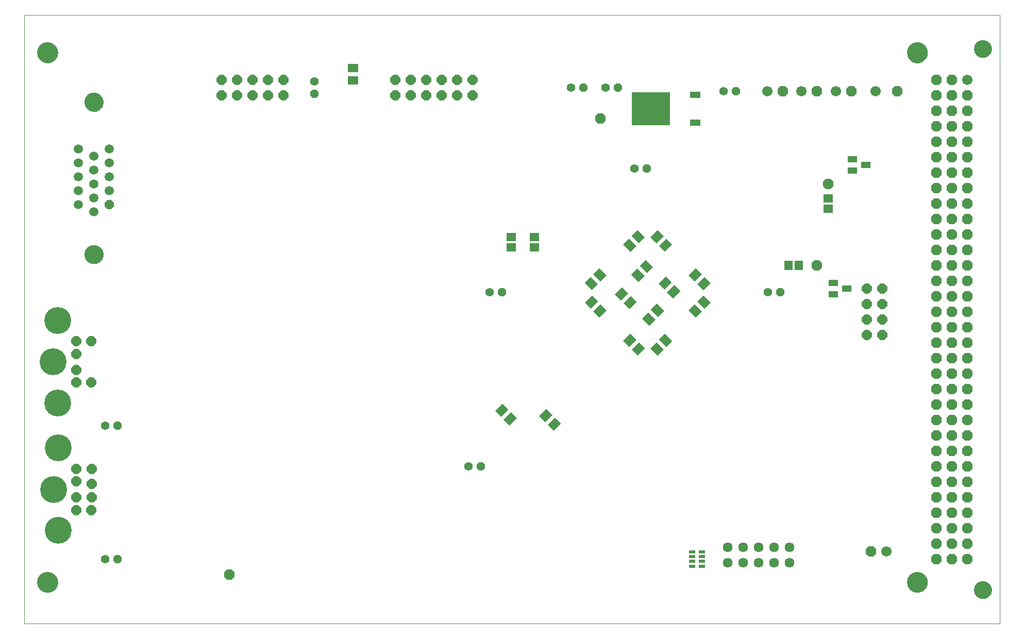
<source format=gbs>
G75*
G70*
%OFA0B0*%
%FSLAX24Y24*%
%IPPOS*%
%LPD*%
%AMOC8*
5,1,8,0,0,1.08239X$1,22.5*
%
%ADD10R,0.0552X0.0670*%
%ADD11OC8,0.0640*%
%ADD12C,0.0000*%
%ADD13C,0.1221*%
%ADD14C,0.0594*%
%ADD15OC8,0.0594*%
%ADD16OC8,0.0670*%
%ADD17C,0.0670*%
%ADD18R,0.0670X0.0434*%
%ADD19R,0.2481X0.2166*%
%ADD20OC8,0.0560*%
%ADD21C,0.0560*%
%ADD22C,0.0634*%
%ADD23C,0.1739*%
%ADD24OC8,0.0634*%
%ADD25R,0.0394X0.0236*%
%ADD26C,0.1140*%
%ADD27C,0.1340*%
%ADD28R,0.0591X0.0434*%
%ADD29R,0.0552X0.0631*%
%ADD30R,0.0631X0.0552*%
%ADD31R,0.0670X0.0552*%
D10*
G36*
X035760Y021680D02*
X036151Y021289D01*
X035678Y020816D01*
X035287Y021207D01*
X035760Y021680D01*
G37*
G36*
X036317Y021123D02*
X036708Y020732D01*
X036235Y020259D01*
X035844Y020650D01*
X036317Y021123D01*
G37*
G36*
X038528Y020466D02*
X038137Y020857D01*
X038610Y021330D01*
X039001Y020939D01*
X038528Y020466D01*
G37*
G36*
X039085Y019909D02*
X038694Y020300D01*
X039167Y020773D01*
X039558Y020382D01*
X039085Y019909D01*
G37*
G36*
X044594Y025639D02*
X044985Y025248D01*
X044512Y024775D01*
X044121Y025166D01*
X044594Y025639D01*
G37*
G36*
X044037Y026196D02*
X044428Y025805D01*
X043955Y025332D01*
X043564Y025723D01*
X044037Y026196D01*
G37*
G36*
X045666Y027111D02*
X045275Y026720D01*
X044802Y027193D01*
X045193Y027584D01*
X045666Y027111D01*
G37*
G36*
X046222Y027668D02*
X045831Y027277D01*
X045358Y027750D01*
X045749Y028141D01*
X046222Y027668D01*
G37*
G36*
X046892Y029351D02*
X047283Y028960D01*
X046810Y028487D01*
X046419Y028878D01*
X046892Y029351D01*
G37*
G36*
X046335Y029908D02*
X046726Y029517D01*
X046253Y029044D01*
X045862Y029435D01*
X046335Y029908D01*
G37*
G36*
X044651Y030578D02*
X045042Y030969D01*
X045515Y030496D01*
X045124Y030105D01*
X044651Y030578D01*
G37*
G36*
X044095Y030021D02*
X044486Y030412D01*
X044959Y029939D01*
X044568Y029548D01*
X044095Y030021D01*
G37*
G36*
X043425Y028337D02*
X043034Y028728D01*
X043507Y029201D01*
X043898Y028810D01*
X043425Y028337D01*
G37*
G36*
X043982Y027780D02*
X043591Y028171D01*
X044064Y028644D01*
X044455Y028253D01*
X043982Y027780D01*
G37*
G36*
X042119Y028114D02*
X042510Y027723D01*
X042037Y027250D01*
X041646Y027641D01*
X042119Y028114D01*
G37*
G36*
X041562Y028671D02*
X041953Y028280D01*
X041480Y027807D01*
X041089Y028198D01*
X041562Y028671D01*
G37*
G36*
X041089Y029491D02*
X041480Y029882D01*
X041953Y029409D01*
X041562Y029018D01*
X041089Y029491D01*
G37*
G36*
X041646Y030048D02*
X042037Y030439D01*
X042510Y029966D01*
X042119Y029575D01*
X041646Y030048D01*
G37*
G36*
X044428Y031884D02*
X044037Y031493D01*
X043564Y031966D01*
X043955Y032357D01*
X044428Y031884D01*
G37*
G36*
X044985Y032440D02*
X044594Y032049D01*
X044121Y032522D01*
X044512Y032913D01*
X044985Y032440D01*
G37*
G36*
X045805Y032914D02*
X046196Y032523D01*
X045723Y032050D01*
X045332Y032441D01*
X045805Y032914D01*
G37*
G36*
X046362Y032357D02*
X046753Y031966D01*
X046280Y031493D01*
X045889Y031884D01*
X046362Y032357D01*
G37*
G36*
X048280Y030439D02*
X048671Y030048D01*
X048198Y029575D01*
X047807Y029966D01*
X048280Y030439D01*
G37*
G36*
X048837Y029882D02*
X049228Y029491D01*
X048755Y029018D01*
X048364Y029409D01*
X048837Y029882D01*
G37*
G36*
X048364Y028280D02*
X048755Y028671D01*
X049228Y028198D01*
X048837Y027807D01*
X048364Y028280D01*
G37*
G36*
X047807Y027723D02*
X048198Y028114D01*
X048671Y027641D01*
X048280Y027250D01*
X047807Y027723D01*
G37*
G36*
X046753Y025723D02*
X046362Y025332D01*
X045889Y025805D01*
X046280Y026196D01*
X046753Y025723D01*
G37*
G36*
X046196Y025166D02*
X045805Y024775D01*
X045332Y025248D01*
X045723Y025639D01*
X046196Y025166D01*
G37*
D11*
X059348Y026120D03*
X059348Y027120D03*
X059348Y028120D03*
X059348Y029120D03*
X060348Y029120D03*
X060348Y028120D03*
X060348Y027120D03*
X060348Y026120D03*
X033848Y041620D03*
X032848Y041620D03*
X032848Y042620D03*
X033848Y042620D03*
X031848Y042620D03*
X030848Y042620D03*
X029848Y042620D03*
X028848Y042620D03*
X028848Y041620D03*
X029848Y041620D03*
X030848Y041620D03*
X031848Y041620D03*
X021598Y041620D03*
X020598Y041620D03*
X020598Y042620D03*
X021598Y042620D03*
X019598Y042620D03*
X018598Y042620D03*
X017598Y042620D03*
X017598Y041620D03*
X018598Y041620D03*
X019598Y041620D03*
D12*
X004848Y046810D02*
X004848Y007430D01*
X067948Y007430D01*
X067948Y046810D01*
X004848Y046810D01*
X005698Y044370D02*
X005700Y044420D01*
X005706Y044470D01*
X005716Y044520D01*
X005729Y044568D01*
X005746Y044616D01*
X005767Y044662D01*
X005791Y044706D01*
X005819Y044748D01*
X005850Y044788D01*
X005884Y044825D01*
X005921Y044860D01*
X005960Y044891D01*
X006001Y044920D01*
X006045Y044945D01*
X006091Y044967D01*
X006138Y044985D01*
X006186Y044999D01*
X006235Y045010D01*
X006285Y045017D01*
X006335Y045020D01*
X006386Y045019D01*
X006436Y045014D01*
X006486Y045005D01*
X006534Y044993D01*
X006582Y044976D01*
X006628Y044956D01*
X006673Y044933D01*
X006716Y044906D01*
X006756Y044876D01*
X006794Y044843D01*
X006829Y044807D01*
X006862Y044768D01*
X006891Y044727D01*
X006917Y044684D01*
X006940Y044639D01*
X006959Y044592D01*
X006974Y044544D01*
X006986Y044495D01*
X006994Y044445D01*
X006998Y044395D01*
X006998Y044345D01*
X006994Y044295D01*
X006986Y044245D01*
X006974Y044196D01*
X006959Y044148D01*
X006940Y044101D01*
X006917Y044056D01*
X006891Y044013D01*
X006862Y043972D01*
X006829Y043933D01*
X006794Y043897D01*
X006756Y043864D01*
X006716Y043834D01*
X006673Y043807D01*
X006628Y043784D01*
X006582Y043764D01*
X006534Y043747D01*
X006486Y043735D01*
X006436Y043726D01*
X006386Y043721D01*
X006335Y043720D01*
X006285Y043723D01*
X006235Y043730D01*
X006186Y043741D01*
X006138Y043755D01*
X006091Y043773D01*
X006045Y043795D01*
X006001Y043820D01*
X005960Y043849D01*
X005921Y043880D01*
X005884Y043915D01*
X005850Y043952D01*
X005819Y043992D01*
X005791Y044034D01*
X005767Y044078D01*
X005746Y044124D01*
X005729Y044172D01*
X005716Y044220D01*
X005706Y044270D01*
X005700Y044320D01*
X005698Y044370D01*
X008757Y041166D02*
X008759Y041214D01*
X008765Y041262D01*
X008775Y041309D01*
X008788Y041355D01*
X008806Y041400D01*
X008826Y041444D01*
X008851Y041486D01*
X008879Y041525D01*
X008909Y041562D01*
X008943Y041596D01*
X008980Y041628D01*
X009018Y041657D01*
X009059Y041682D01*
X009102Y041704D01*
X009147Y041722D01*
X009193Y041736D01*
X009240Y041747D01*
X009288Y041754D01*
X009336Y041757D01*
X009384Y041756D01*
X009432Y041751D01*
X009480Y041742D01*
X009526Y041730D01*
X009571Y041713D01*
X009615Y041693D01*
X009657Y041670D01*
X009697Y041643D01*
X009735Y041613D01*
X009770Y041580D01*
X009802Y041544D01*
X009832Y041506D01*
X009858Y041465D01*
X009880Y041422D01*
X009900Y041378D01*
X009915Y041333D01*
X009927Y041286D01*
X009935Y041238D01*
X009939Y041190D01*
X009939Y041142D01*
X009935Y041094D01*
X009927Y041046D01*
X009915Y040999D01*
X009900Y040954D01*
X009880Y040910D01*
X009858Y040867D01*
X009832Y040826D01*
X009802Y040788D01*
X009770Y040752D01*
X009735Y040719D01*
X009697Y040689D01*
X009657Y040662D01*
X009615Y040639D01*
X009571Y040619D01*
X009526Y040602D01*
X009480Y040590D01*
X009432Y040581D01*
X009384Y040576D01*
X009336Y040575D01*
X009288Y040578D01*
X009240Y040585D01*
X009193Y040596D01*
X009147Y040610D01*
X009102Y040628D01*
X009059Y040650D01*
X009018Y040675D01*
X008980Y040704D01*
X008943Y040736D01*
X008909Y040770D01*
X008879Y040807D01*
X008851Y040846D01*
X008826Y040888D01*
X008806Y040932D01*
X008788Y040977D01*
X008775Y041023D01*
X008765Y041070D01*
X008759Y041118D01*
X008757Y041166D01*
X008757Y031323D02*
X008759Y031371D01*
X008765Y031419D01*
X008775Y031466D01*
X008788Y031512D01*
X008806Y031557D01*
X008826Y031601D01*
X008851Y031643D01*
X008879Y031682D01*
X008909Y031719D01*
X008943Y031753D01*
X008980Y031785D01*
X009018Y031814D01*
X009059Y031839D01*
X009102Y031861D01*
X009147Y031879D01*
X009193Y031893D01*
X009240Y031904D01*
X009288Y031911D01*
X009336Y031914D01*
X009384Y031913D01*
X009432Y031908D01*
X009480Y031899D01*
X009526Y031887D01*
X009571Y031870D01*
X009615Y031850D01*
X009657Y031827D01*
X009697Y031800D01*
X009735Y031770D01*
X009770Y031737D01*
X009802Y031701D01*
X009832Y031663D01*
X009858Y031622D01*
X009880Y031579D01*
X009900Y031535D01*
X009915Y031490D01*
X009927Y031443D01*
X009935Y031395D01*
X009939Y031347D01*
X009939Y031299D01*
X009935Y031251D01*
X009927Y031203D01*
X009915Y031156D01*
X009900Y031111D01*
X009880Y031067D01*
X009858Y031024D01*
X009832Y030983D01*
X009802Y030945D01*
X009770Y030909D01*
X009735Y030876D01*
X009697Y030846D01*
X009657Y030819D01*
X009615Y030796D01*
X009571Y030776D01*
X009526Y030759D01*
X009480Y030747D01*
X009432Y030738D01*
X009384Y030733D01*
X009336Y030732D01*
X009288Y030735D01*
X009240Y030742D01*
X009193Y030753D01*
X009147Y030767D01*
X009102Y030785D01*
X009059Y030807D01*
X009018Y030832D01*
X008980Y030861D01*
X008943Y030893D01*
X008909Y030927D01*
X008879Y030964D01*
X008851Y031003D01*
X008826Y031045D01*
X008806Y031089D01*
X008788Y031134D01*
X008775Y031180D01*
X008765Y031227D01*
X008759Y031275D01*
X008757Y031323D01*
X005698Y010120D02*
X005700Y010170D01*
X005706Y010220D01*
X005716Y010270D01*
X005729Y010318D01*
X005746Y010366D01*
X005767Y010412D01*
X005791Y010456D01*
X005819Y010498D01*
X005850Y010538D01*
X005884Y010575D01*
X005921Y010610D01*
X005960Y010641D01*
X006001Y010670D01*
X006045Y010695D01*
X006091Y010717D01*
X006138Y010735D01*
X006186Y010749D01*
X006235Y010760D01*
X006285Y010767D01*
X006335Y010770D01*
X006386Y010769D01*
X006436Y010764D01*
X006486Y010755D01*
X006534Y010743D01*
X006582Y010726D01*
X006628Y010706D01*
X006673Y010683D01*
X006716Y010656D01*
X006756Y010626D01*
X006794Y010593D01*
X006829Y010557D01*
X006862Y010518D01*
X006891Y010477D01*
X006917Y010434D01*
X006940Y010389D01*
X006959Y010342D01*
X006974Y010294D01*
X006986Y010245D01*
X006994Y010195D01*
X006998Y010145D01*
X006998Y010095D01*
X006994Y010045D01*
X006986Y009995D01*
X006974Y009946D01*
X006959Y009898D01*
X006940Y009851D01*
X006917Y009806D01*
X006891Y009763D01*
X006862Y009722D01*
X006829Y009683D01*
X006794Y009647D01*
X006756Y009614D01*
X006716Y009584D01*
X006673Y009557D01*
X006628Y009534D01*
X006582Y009514D01*
X006534Y009497D01*
X006486Y009485D01*
X006436Y009476D01*
X006386Y009471D01*
X006335Y009470D01*
X006285Y009473D01*
X006235Y009480D01*
X006186Y009491D01*
X006138Y009505D01*
X006091Y009523D01*
X006045Y009545D01*
X006001Y009570D01*
X005960Y009599D01*
X005921Y009630D01*
X005884Y009665D01*
X005850Y009702D01*
X005819Y009742D01*
X005791Y009784D01*
X005767Y009828D01*
X005746Y009874D01*
X005729Y009922D01*
X005716Y009970D01*
X005706Y010020D01*
X005700Y010070D01*
X005698Y010120D01*
X061948Y010120D02*
X061950Y010170D01*
X061956Y010220D01*
X061966Y010270D01*
X061979Y010318D01*
X061996Y010366D01*
X062017Y010412D01*
X062041Y010456D01*
X062069Y010498D01*
X062100Y010538D01*
X062134Y010575D01*
X062171Y010610D01*
X062210Y010641D01*
X062251Y010670D01*
X062295Y010695D01*
X062341Y010717D01*
X062388Y010735D01*
X062436Y010749D01*
X062485Y010760D01*
X062535Y010767D01*
X062585Y010770D01*
X062636Y010769D01*
X062686Y010764D01*
X062736Y010755D01*
X062784Y010743D01*
X062832Y010726D01*
X062878Y010706D01*
X062923Y010683D01*
X062966Y010656D01*
X063006Y010626D01*
X063044Y010593D01*
X063079Y010557D01*
X063112Y010518D01*
X063141Y010477D01*
X063167Y010434D01*
X063190Y010389D01*
X063209Y010342D01*
X063224Y010294D01*
X063236Y010245D01*
X063244Y010195D01*
X063248Y010145D01*
X063248Y010095D01*
X063244Y010045D01*
X063236Y009995D01*
X063224Y009946D01*
X063209Y009898D01*
X063190Y009851D01*
X063167Y009806D01*
X063141Y009763D01*
X063112Y009722D01*
X063079Y009683D01*
X063044Y009647D01*
X063006Y009614D01*
X062966Y009584D01*
X062923Y009557D01*
X062878Y009534D01*
X062832Y009514D01*
X062784Y009497D01*
X062736Y009485D01*
X062686Y009476D01*
X062636Y009471D01*
X062585Y009470D01*
X062535Y009473D01*
X062485Y009480D01*
X062436Y009491D01*
X062388Y009505D01*
X062341Y009523D01*
X062295Y009545D01*
X062251Y009570D01*
X062210Y009599D01*
X062171Y009630D01*
X062134Y009665D01*
X062100Y009702D01*
X062069Y009742D01*
X062041Y009784D01*
X062017Y009828D01*
X061996Y009874D01*
X061979Y009922D01*
X061966Y009970D01*
X061956Y010020D01*
X061950Y010070D01*
X061948Y010120D01*
X066298Y009620D02*
X066300Y009667D01*
X066306Y009713D01*
X066316Y009759D01*
X066329Y009803D01*
X066347Y009847D01*
X066368Y009888D01*
X066392Y009928D01*
X066420Y009966D01*
X066451Y010001D01*
X066485Y010033D01*
X066521Y010062D01*
X066560Y010088D01*
X066600Y010111D01*
X066643Y010130D01*
X066687Y010146D01*
X066732Y010158D01*
X066778Y010166D01*
X066825Y010170D01*
X066871Y010170D01*
X066918Y010166D01*
X066964Y010158D01*
X067009Y010146D01*
X067053Y010130D01*
X067096Y010111D01*
X067136Y010088D01*
X067175Y010062D01*
X067211Y010033D01*
X067245Y010001D01*
X067276Y009966D01*
X067304Y009928D01*
X067328Y009888D01*
X067349Y009847D01*
X067367Y009803D01*
X067380Y009759D01*
X067390Y009713D01*
X067396Y009667D01*
X067398Y009620D01*
X067396Y009573D01*
X067390Y009527D01*
X067380Y009481D01*
X067367Y009437D01*
X067349Y009393D01*
X067328Y009352D01*
X067304Y009312D01*
X067276Y009274D01*
X067245Y009239D01*
X067211Y009207D01*
X067175Y009178D01*
X067136Y009152D01*
X067096Y009129D01*
X067053Y009110D01*
X067009Y009094D01*
X066964Y009082D01*
X066918Y009074D01*
X066871Y009070D01*
X066825Y009070D01*
X066778Y009074D01*
X066732Y009082D01*
X066687Y009094D01*
X066643Y009110D01*
X066600Y009129D01*
X066560Y009152D01*
X066521Y009178D01*
X066485Y009207D01*
X066451Y009239D01*
X066420Y009274D01*
X066392Y009312D01*
X066368Y009352D01*
X066347Y009393D01*
X066329Y009437D01*
X066316Y009481D01*
X066306Y009527D01*
X066300Y009573D01*
X066298Y009620D01*
X061948Y044370D02*
X061950Y044420D01*
X061956Y044470D01*
X061966Y044520D01*
X061979Y044568D01*
X061996Y044616D01*
X062017Y044662D01*
X062041Y044706D01*
X062069Y044748D01*
X062100Y044788D01*
X062134Y044825D01*
X062171Y044860D01*
X062210Y044891D01*
X062251Y044920D01*
X062295Y044945D01*
X062341Y044967D01*
X062388Y044985D01*
X062436Y044999D01*
X062485Y045010D01*
X062535Y045017D01*
X062585Y045020D01*
X062636Y045019D01*
X062686Y045014D01*
X062736Y045005D01*
X062784Y044993D01*
X062832Y044976D01*
X062878Y044956D01*
X062923Y044933D01*
X062966Y044906D01*
X063006Y044876D01*
X063044Y044843D01*
X063079Y044807D01*
X063112Y044768D01*
X063141Y044727D01*
X063167Y044684D01*
X063190Y044639D01*
X063209Y044592D01*
X063224Y044544D01*
X063236Y044495D01*
X063244Y044445D01*
X063248Y044395D01*
X063248Y044345D01*
X063244Y044295D01*
X063236Y044245D01*
X063224Y044196D01*
X063209Y044148D01*
X063190Y044101D01*
X063167Y044056D01*
X063141Y044013D01*
X063112Y043972D01*
X063079Y043933D01*
X063044Y043897D01*
X063006Y043864D01*
X062966Y043834D01*
X062923Y043807D01*
X062878Y043784D01*
X062832Y043764D01*
X062784Y043747D01*
X062736Y043735D01*
X062686Y043726D01*
X062636Y043721D01*
X062585Y043720D01*
X062535Y043723D01*
X062485Y043730D01*
X062436Y043741D01*
X062388Y043755D01*
X062341Y043773D01*
X062295Y043795D01*
X062251Y043820D01*
X062210Y043849D01*
X062171Y043880D01*
X062134Y043915D01*
X062100Y043952D01*
X062069Y043992D01*
X062041Y044034D01*
X062017Y044078D01*
X061996Y044124D01*
X061979Y044172D01*
X061966Y044220D01*
X061956Y044270D01*
X061950Y044320D01*
X061948Y044370D01*
X066298Y044620D02*
X066300Y044667D01*
X066306Y044713D01*
X066316Y044759D01*
X066329Y044803D01*
X066347Y044847D01*
X066368Y044888D01*
X066392Y044928D01*
X066420Y044966D01*
X066451Y045001D01*
X066485Y045033D01*
X066521Y045062D01*
X066560Y045088D01*
X066600Y045111D01*
X066643Y045130D01*
X066687Y045146D01*
X066732Y045158D01*
X066778Y045166D01*
X066825Y045170D01*
X066871Y045170D01*
X066918Y045166D01*
X066964Y045158D01*
X067009Y045146D01*
X067053Y045130D01*
X067096Y045111D01*
X067136Y045088D01*
X067175Y045062D01*
X067211Y045033D01*
X067245Y045001D01*
X067276Y044966D01*
X067304Y044928D01*
X067328Y044888D01*
X067349Y044847D01*
X067367Y044803D01*
X067380Y044759D01*
X067390Y044713D01*
X067396Y044667D01*
X067398Y044620D01*
X067396Y044573D01*
X067390Y044527D01*
X067380Y044481D01*
X067367Y044437D01*
X067349Y044393D01*
X067328Y044352D01*
X067304Y044312D01*
X067276Y044274D01*
X067245Y044239D01*
X067211Y044207D01*
X067175Y044178D01*
X067136Y044152D01*
X067096Y044129D01*
X067053Y044110D01*
X067009Y044094D01*
X066964Y044082D01*
X066918Y044074D01*
X066871Y044070D01*
X066825Y044070D01*
X066778Y044074D01*
X066732Y044082D01*
X066687Y044094D01*
X066643Y044110D01*
X066600Y044129D01*
X066560Y044152D01*
X066521Y044178D01*
X066485Y044207D01*
X066451Y044239D01*
X066420Y044274D01*
X066392Y044312D01*
X066368Y044352D01*
X066347Y044393D01*
X066329Y044437D01*
X066316Y044481D01*
X066306Y044527D01*
X066300Y044573D01*
X066298Y044620D01*
D13*
X009348Y041166D03*
X009348Y031323D03*
D14*
X009348Y034090D03*
X009348Y034990D03*
X010348Y035440D03*
X009348Y035890D03*
X009348Y036790D03*
X010348Y036340D03*
X010348Y037240D03*
X009348Y037690D03*
X010348Y038140D03*
X008348Y038140D03*
X008348Y037240D03*
X008348Y036340D03*
X008348Y035440D03*
X008348Y034540D03*
D15*
X010348Y034540D03*
D16*
X018098Y010620D03*
X042098Y040120D03*
X053898Y041870D03*
X056098Y041870D03*
X058348Y041870D03*
X061298Y041870D03*
X063848Y041620D03*
X063848Y042620D03*
X064848Y042620D03*
X064848Y041620D03*
X065848Y041620D03*
X065848Y040620D03*
X064848Y040620D03*
X064848Y039620D03*
X065848Y039620D03*
X065848Y038620D03*
X064848Y038620D03*
X063848Y038620D03*
X063848Y039620D03*
X063848Y040620D03*
X063848Y037620D03*
X064848Y037620D03*
X065848Y037620D03*
X065848Y036620D03*
X064848Y036620D03*
X063848Y036620D03*
X063848Y035620D03*
X064848Y035620D03*
X065848Y035620D03*
X065848Y034620D03*
X064848Y034620D03*
X063848Y034620D03*
X063848Y033620D03*
X063848Y032620D03*
X064848Y032620D03*
X064848Y033620D03*
X065848Y033620D03*
X065848Y032620D03*
X065848Y031620D03*
X064848Y031620D03*
X063848Y031620D03*
X063848Y030620D03*
X064848Y030620D03*
X065848Y030620D03*
X065848Y029620D03*
X064848Y029620D03*
X063848Y029620D03*
X063848Y028620D03*
X064848Y028620D03*
X065848Y028620D03*
X065848Y027620D03*
X064848Y027620D03*
X064848Y026620D03*
X065848Y026620D03*
X065848Y025620D03*
X064848Y025620D03*
X063848Y025620D03*
X063848Y026620D03*
X063848Y027620D03*
X063848Y024620D03*
X064848Y024620D03*
X065848Y024620D03*
X065848Y023620D03*
X064848Y023620D03*
X063848Y023620D03*
X063848Y022620D03*
X064848Y022620D03*
X065848Y022620D03*
X065848Y021620D03*
X064848Y021620D03*
X064848Y020620D03*
X065848Y020620D03*
X065848Y019620D03*
X064848Y019620D03*
X063848Y019620D03*
X063848Y020620D03*
X063848Y021620D03*
X063848Y018620D03*
X064848Y018620D03*
X065848Y018620D03*
X065848Y017620D03*
X064848Y017620D03*
X063848Y017620D03*
X063848Y016620D03*
X064848Y016620D03*
X065848Y016620D03*
X065848Y015620D03*
X064848Y015620D03*
X063848Y015620D03*
X063848Y014620D03*
X063848Y013620D03*
X064848Y013620D03*
X064848Y014620D03*
X065848Y014620D03*
X065848Y013620D03*
X065848Y012620D03*
X064848Y012620D03*
X063848Y012620D03*
X063848Y011620D03*
X064848Y011620D03*
X065848Y011620D03*
X059598Y012120D03*
X056098Y030620D03*
X056848Y035870D03*
D17*
X057348Y041870D03*
X055098Y041870D03*
X052898Y041870D03*
X059898Y041870D03*
X065848Y042620D03*
X060598Y012120D03*
D18*
X048238Y039847D03*
X048238Y041642D03*
D19*
X045364Y040745D03*
D20*
X043248Y042120D03*
X040998Y042120D03*
X045098Y036870D03*
X050873Y041870D03*
X053748Y028870D03*
X035748Y028870D03*
X034373Y017620D03*
X010873Y020245D03*
X010873Y011620D03*
X023598Y041720D03*
D21*
X023598Y042520D03*
X040198Y042120D03*
X042448Y042120D03*
X044298Y036870D03*
X050073Y041870D03*
X052948Y028870D03*
X034948Y028870D03*
X033573Y017620D03*
X010073Y020245D03*
X010073Y011620D03*
D22*
X050348Y011370D03*
X050348Y012370D03*
X051348Y012370D03*
X052348Y012370D03*
X053348Y012370D03*
X054348Y012370D03*
X054348Y011370D03*
X053348Y011370D03*
X052348Y011370D03*
X051348Y011370D03*
D23*
X007038Y013462D03*
X006723Y016120D03*
X007038Y018797D03*
X007018Y021712D03*
X006703Y024370D03*
X007018Y027047D03*
D24*
X008199Y025708D03*
X009184Y025708D03*
X008199Y024881D03*
X008199Y023858D03*
X008199Y023031D03*
X009164Y023031D03*
X009203Y017458D03*
X008219Y017458D03*
X008219Y016631D03*
X009203Y016474D03*
X009203Y015608D03*
X009184Y014781D03*
X008219Y014781D03*
X008219Y015608D03*
D25*
X048033Y012092D03*
X048033Y011777D03*
X048033Y011462D03*
X048033Y011147D03*
X048663Y011147D03*
X048663Y011462D03*
X048663Y011777D03*
X048663Y012092D03*
D26*
X066848Y009620D03*
X066848Y044620D03*
D27*
X062598Y044370D03*
X062598Y010120D03*
X006348Y010120D03*
X006348Y044370D03*
D28*
X057165Y029494D03*
X057165Y028746D03*
X058031Y029120D03*
X058415Y036746D03*
X059281Y037120D03*
X058415Y037494D03*
D29*
X054933Y030620D03*
X054263Y030620D03*
D30*
X056848Y034285D03*
X056848Y034954D03*
X037848Y032454D03*
X037848Y031785D03*
X036348Y031785D03*
X036348Y032454D03*
D31*
X026098Y042576D03*
X026098Y043363D03*
M02*

</source>
